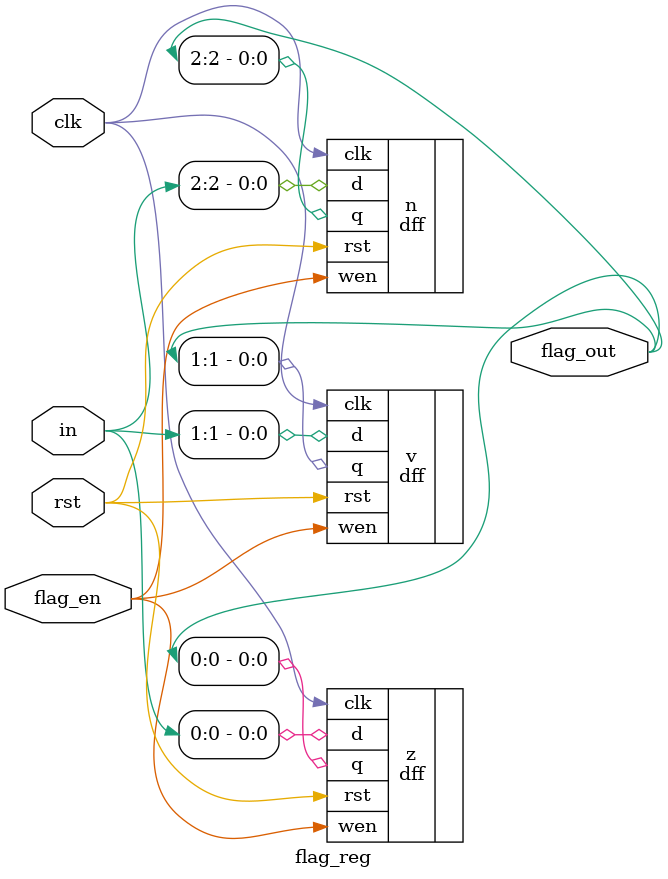
<source format=v>

module flag_reg (clk, rst, flag_en, in, flag_out);
  // input
  input clk, rst, flag_en;
  input [2:0] in;
  // output
  output [2:0] flag_out;

  wire [2:0] Q;

  dff n (.q(flag_out[2]), .d(in[2]), .wen(flag_en), .clk(clk), .rst(rst));
  dff v (.q(flag_out[1]), .d(in[1]), .wen(flag_en), .clk(clk), .rst(rst));
  dff z (.q(flag_out[0]), .d(in[0]), .wen(flag_en), .clk(clk), .rst(rst));
endmodule

</source>
